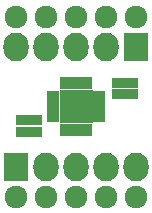
<source format=gbr>
G04 #@! TF.FileFunction,Soldermask,Top*
%FSLAX46Y46*%
G04 Gerber Fmt 4.6, Leading zero omitted, Abs format (unit mm)*
G04 Created by KiCad (PCBNEW 4.0.2+dfsg1-stable) date Tue 16 May 2017 12:42:15 BST*
%MOMM*%
G01*
G04 APERTURE LIST*
%ADD10C,0.100000*%
%ADD11R,1.130000X0.700000*%
%ADD12R,0.700000X1.130000*%
%ADD13R,1.650000X1.650000*%
%ADD14R,0.800000X0.900000*%
%ADD15R,0.700000X0.900000*%
%ADD16C,1.924000*%
%ADD17R,2.127200X2.432000*%
%ADD18O,2.127200X2.432000*%
G04 APERTURE END LIST*
D10*
D11*
X193234000Y-108220000D03*
X193234000Y-108720000D03*
X193234000Y-109220000D03*
X193234000Y-109720000D03*
X193234000Y-110220000D03*
D12*
X194199000Y-111185000D03*
X194699000Y-111185000D03*
X195199000Y-111185000D03*
X195699000Y-111185000D03*
X196199000Y-111185000D03*
D11*
X197164000Y-110220000D03*
X197164000Y-109720000D03*
X197164000Y-109220000D03*
X197164000Y-108720000D03*
X197164000Y-108220000D03*
D12*
X196199000Y-107255000D03*
X195699000Y-107255000D03*
X195199000Y-107255000D03*
X194699000Y-107255000D03*
X194199000Y-107255000D03*
D13*
X195824000Y-109845000D03*
X195824000Y-108595000D03*
X194574000Y-109845000D03*
X194574000Y-108595000D03*
D14*
X191948500Y-110371000D03*
D15*
X190948500Y-110371000D03*
X191448500Y-110371000D03*
D14*
X190448500Y-110371000D03*
D15*
X191448500Y-111371000D03*
D14*
X191948500Y-111371000D03*
D15*
X190948500Y-111371000D03*
D14*
X190448500Y-111371000D03*
X198576500Y-108196000D03*
D15*
X199576500Y-108196000D03*
X199076500Y-108196000D03*
D14*
X200076500Y-108196000D03*
D15*
X199076500Y-107196000D03*
D14*
X198576500Y-107196000D03*
D15*
X199576500Y-107196000D03*
D14*
X200076500Y-107196000D03*
D16*
X190119000Y-116840000D03*
X192659000Y-116840000D03*
X195199000Y-116840000D03*
X197739000Y-116840000D03*
X200279000Y-116840000D03*
X200279000Y-101600000D03*
X197739000Y-101600000D03*
X195199000Y-101600000D03*
X192659000Y-101600000D03*
X190119000Y-101600000D03*
D17*
X190119000Y-114300000D03*
D18*
X192659000Y-114300000D03*
X195199000Y-114300000D03*
X197739000Y-114300000D03*
X200279000Y-114300000D03*
D17*
X200279000Y-104140000D03*
D18*
X197739000Y-104140000D03*
X195199000Y-104140000D03*
X192659000Y-104140000D03*
X190119000Y-104140000D03*
M02*

</source>
